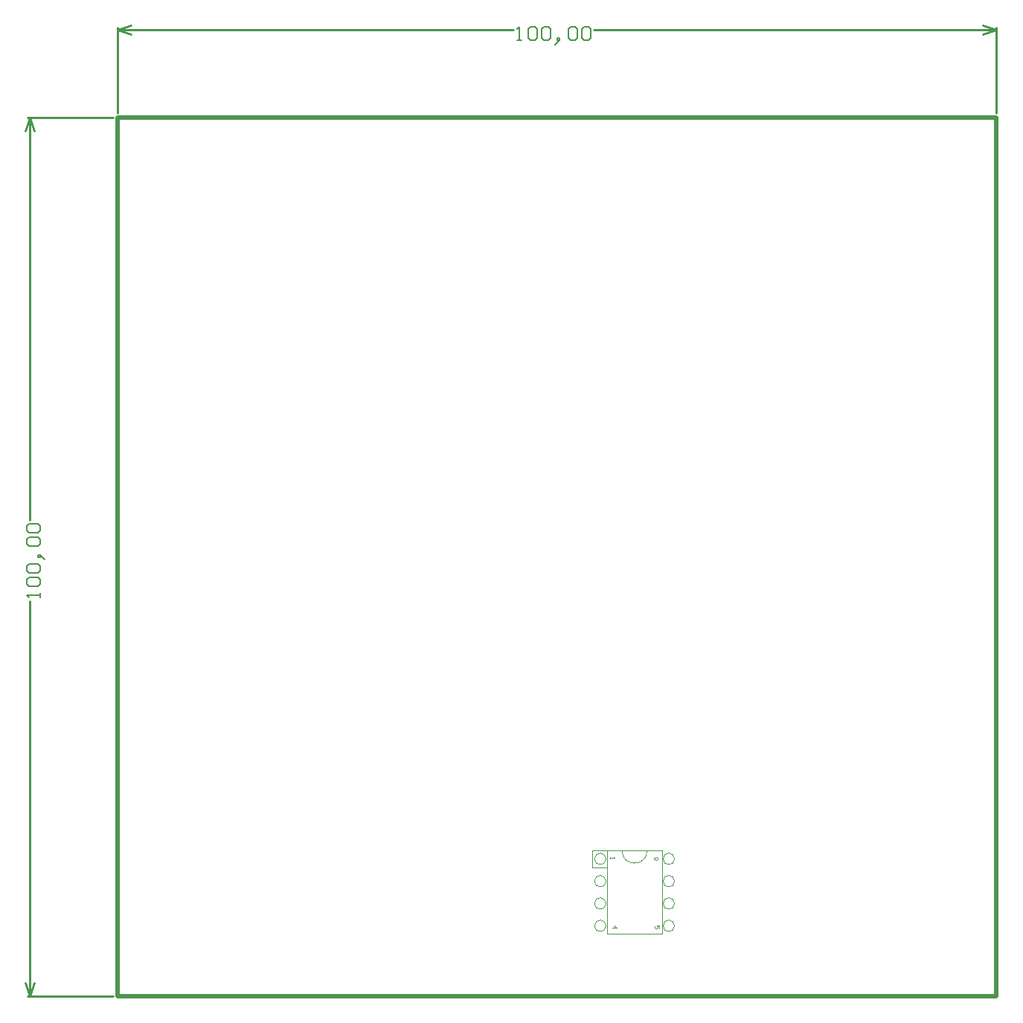
<source format=gko>
G04*
G04 #@! TF.GenerationSoftware,Altium Limited,Altium Designer,21.3.2 (30)*
G04*
G04 Layer_Color=16711935*
%FSLAX24Y24*%
%MOIN*%
G70*
G04*
G04 #@! TF.SameCoordinates,6E726B93-E50A-4388-B932-66385DC3C8FA*
G04*
G04*
G04 #@! TF.FilePolarity,Positive*
G04*
G01*
G75*
%ADD10C,0.0100*%
%ADD14C,0.0020*%
%ADD15C,0.0060*%
%ADD43C,0.0197*%
D10*
X-3987Y39357D02*
X-3787Y38757D01*
X-4187D02*
X-3987Y39357D01*
X-4187Y587D02*
X-3987Y-13D01*
X-3787Y587D01*
X-3987Y21322D02*
Y39357D01*
Y-13D02*
Y17703D01*
X-4087Y39357D02*
X-248D01*
X-4087Y-13D02*
X-248D01*
X-50Y43294D02*
X550Y43494D01*
X-50Y43294D02*
X550Y43094D01*
X38720D02*
X39320Y43294D01*
X38720Y43494D02*
X39320Y43294D01*
X-50D02*
X17666D01*
X21285D02*
X39320D01*
X-50Y39555D02*
Y43394D01*
X39320Y39555D02*
Y43394D01*
D14*
X22537Y6524D02*
G03*
X23667Y6524I565J2D01*
G01*
X21820Y3150D02*
G03*
X21820Y3150I-256J0D01*
G01*
Y4150D02*
G03*
X21820Y4150I-256J0D01*
G01*
Y5150D02*
G03*
X21820Y5150I-256J0D01*
G01*
Y6150D02*
G03*
X21820Y6150I-256J0D01*
G01*
X24891Y3150D02*
G03*
X24891Y3150I-256J0D01*
G01*
Y4150D02*
G03*
X24891Y4150I-256J0D01*
G01*
Y5150D02*
G03*
X24891Y5150I-256J0D01*
G01*
Y6150D02*
G03*
X24891Y6150I-256J0D01*
G01*
X22537Y6524D02*
X23667Y6524D01*
X21194Y5780D02*
X21871Y5777D01*
X21194Y5780D02*
Y6522D01*
X21870D02*
X22537Y6524D01*
X23673Y6528D02*
X24334Y6534D01*
X21196Y6522D02*
X21870D01*
Y2803D02*
Y6522D01*
X24334Y2806D02*
Y6534D01*
X21870Y2803D02*
X24334Y2806D01*
X22019Y6219D02*
Y6153D01*
Y6186D01*
X22215D01*
X22183Y6219D01*
X22094Y3080D02*
X22291D01*
X22192Y3178D01*
Y3047D01*
X24218Y3042D02*
Y3173D01*
X24120D01*
X24153Y3108D01*
Y3075D01*
X24120Y3042D01*
X24054D01*
X24021Y3075D01*
Y3141D01*
X24054Y3173D01*
X24120Y6220D02*
X24153Y6188D01*
Y6122D01*
X24120Y6089D01*
X24087D01*
X24054Y6122D01*
X24021Y6089D01*
X23989D01*
X23956Y6122D01*
Y6188D01*
X23989Y6220D01*
X24021D01*
X24054Y6188D01*
X24087Y6220D01*
X24120D01*
X24054Y6188D02*
Y6122D01*
D15*
X-3527Y17863D02*
Y18063D01*
Y17963D01*
X-4127D01*
X-4027Y17863D01*
Y18362D02*
X-4127Y18462D01*
Y18662D01*
X-4027Y18762D01*
X-3627D01*
X-3527Y18662D01*
Y18462D01*
X-3627Y18362D01*
X-4027D01*
Y18962D02*
X-4127Y19062D01*
Y19262D01*
X-4027Y19362D01*
X-3627D01*
X-3527Y19262D01*
Y19062D01*
X-3627Y18962D01*
X-4027D01*
X-3427Y19662D02*
X-3527Y19762D01*
X-3627D01*
Y19662D01*
X-3527D01*
Y19762D01*
X-3427Y19662D01*
X-3327Y19562D01*
X-4027Y20162D02*
X-4127Y20262D01*
Y20462D01*
X-4027Y20562D01*
X-3627D01*
X-3527Y20462D01*
Y20262D01*
X-3627Y20162D01*
X-4027D01*
Y20762D02*
X-4127Y20862D01*
Y21062D01*
X-4027Y21162D01*
X-3627D01*
X-3527Y21062D01*
Y20862D01*
X-3627Y20762D01*
X-4027D01*
X17826Y42834D02*
X18026D01*
X17926D01*
Y43434D01*
X17826Y43334D01*
X18325D02*
X18425Y43434D01*
X18625D01*
X18725Y43334D01*
Y42934D01*
X18625Y42834D01*
X18425D01*
X18325Y42934D01*
Y43334D01*
X18925D02*
X19025Y43434D01*
X19225D01*
X19325Y43334D01*
Y42934D01*
X19225Y42834D01*
X19025D01*
X18925Y42934D01*
Y43334D01*
X19625Y42734D02*
X19725Y42834D01*
Y42934D01*
X19625D01*
Y42834D01*
X19725D01*
X19625Y42734D01*
X19525Y42634D01*
X20125Y43334D02*
X20225Y43434D01*
X20425D01*
X20525Y43334D01*
Y42934D01*
X20425Y42834D01*
X20225D01*
X20125Y42934D01*
Y43334D01*
X20725D02*
X20825Y43434D01*
X21025D01*
X21125Y43334D01*
Y42934D01*
X21025Y42834D01*
X20825D01*
X20725Y42934D01*
Y43334D01*
D43*
X-50Y-13D02*
Y39357D01*
Y-13D02*
X39320D01*
X-50Y39357D02*
X39320D01*
Y-13D02*
Y39357D01*
M02*

</source>
